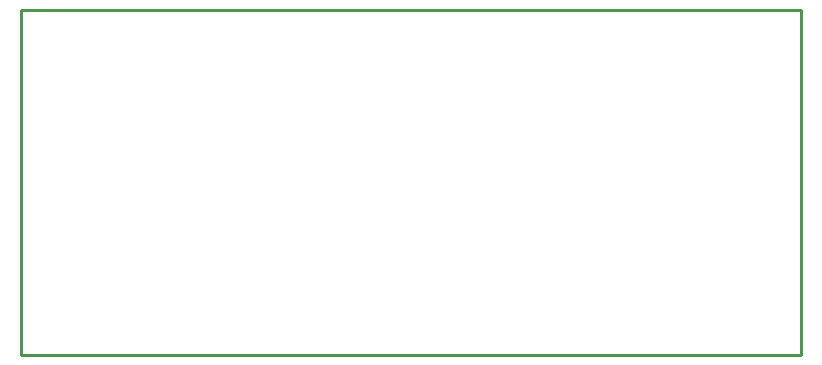
<source format=gko>
G04 start of page 4 for group 2 idx 2 *
G04 Title: 26.007.01.01.01, outline *
G04 Creator: pcb 4.2.2 *
G04 CreationDate: Sat Feb 13 13:51:24 2021 UTC *
G04 For: bert *
G04 Format: Gerber/RS-274X *
G04 PCB-Dimensions (mil): 2600.00 1150.00 *
G04 PCB-Coordinate-Origin: lower left *
%MOIN*%
%FSLAX25Y25*%
%LNGKO*%
%ADD28C,0.0100*%
G54D28*X0Y115000D02*Y0D01*
X260000D01*
Y115000D01*
X0D01*
M02*

</source>
